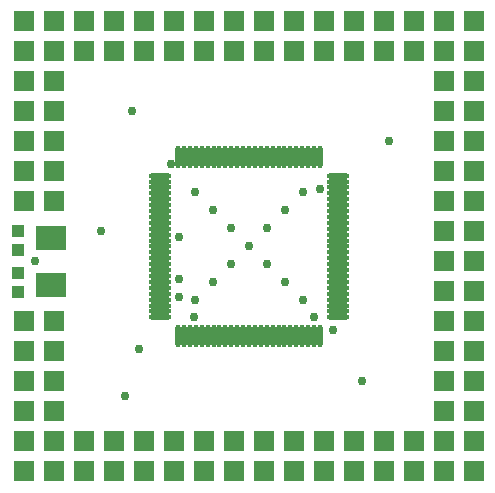
<source format=gts>
%FSLAX25Y25*%
%MOIN*%
G70*
G01*
G75*
G04 Layer_Color=8388736*
%ADD10C,0.01000*%
%ADD11C,0.01200*%
%ADD12O,0.01181X0.06890*%
%ADD13O,0.06890X0.01181*%
%ADD14R,0.09449X0.07874*%
%ADD15R,0.03543X0.03740*%
%ADD16R,0.06000X0.18000*%
%ADD17R,0.18000X0.04000*%
%ADD18R,0.10000X0.08248*%
%ADD19R,0.06000X0.08000*%
%ADD20R,0.08000X0.06000*%
%ADD21R,0.06000X0.08500*%
%ADD22R,0.08500X0.06000*%
%ADD23R,0.18000X0.06000*%
%ADD24R,0.10000X0.08500*%
%ADD25R,0.07500X0.12000*%
%ADD26R,0.05906X0.05906*%
%ADD27R,0.05906X0.05906*%
%ADD28C,0.02400*%
%ADD29C,0.04500*%
%ADD30C,0.02000*%
%ADD31R,0.03740X0.03543*%
%ADD32R,0.05118X0.03543*%
%ADD33R,0.03543X0.05118*%
%ADD34R,0.04654X0.02962*%
%ADD35R,0.04962X0.04654*%
%ADD36R,0.18724X0.06000*%
%ADD37R,0.06000X0.18500*%
%ADD38C,0.02362*%
%ADD39C,0.00787*%
%ADD40O,0.01781X0.07490*%
%ADD41O,0.07490X0.01781*%
%ADD42R,0.10049X0.08474*%
%ADD43R,0.04143X0.04340*%
%ADD44R,0.06506X0.06506*%
%ADD45R,0.06506X0.06506*%
%ADD46C,0.03000*%
%ADD47C,0.05100*%
D40*
X64154Y117823D02*
D03*
X66123D02*
D03*
X68091D02*
D03*
X70060D02*
D03*
X72028D02*
D03*
X73997D02*
D03*
X75965D02*
D03*
X77934D02*
D03*
X79902D02*
D03*
X81871D02*
D03*
X83839D02*
D03*
X85808D02*
D03*
X87776D02*
D03*
X89745D02*
D03*
X91714D02*
D03*
X93682D02*
D03*
X95651D02*
D03*
X97619D02*
D03*
X99588D02*
D03*
X101556D02*
D03*
X103524D02*
D03*
X105493D02*
D03*
X107462D02*
D03*
X109430D02*
D03*
X111398D02*
D03*
Y58177D02*
D03*
X109430D02*
D03*
X107462D02*
D03*
X105493D02*
D03*
X103524D02*
D03*
X101556D02*
D03*
X99588D02*
D03*
X97619D02*
D03*
X95651D02*
D03*
X93682D02*
D03*
X91714D02*
D03*
X89745D02*
D03*
X87776D02*
D03*
X85808D02*
D03*
X83839D02*
D03*
X81871D02*
D03*
X79902D02*
D03*
X77934D02*
D03*
X75965D02*
D03*
X73997D02*
D03*
X72028D02*
D03*
X70060D02*
D03*
X68091D02*
D03*
X66123D02*
D03*
X64154D02*
D03*
D41*
X117599Y111622D02*
D03*
Y109653D02*
D03*
Y107685D02*
D03*
Y105717D02*
D03*
Y103748D02*
D03*
Y101779D02*
D03*
Y99811D02*
D03*
Y97843D02*
D03*
Y95874D02*
D03*
Y93906D02*
D03*
Y91937D02*
D03*
Y89969D02*
D03*
Y88000D02*
D03*
Y86032D02*
D03*
Y84063D02*
D03*
Y82095D02*
D03*
Y80126D02*
D03*
Y78158D02*
D03*
Y76189D02*
D03*
Y74221D02*
D03*
Y72252D02*
D03*
Y70284D02*
D03*
Y68315D02*
D03*
Y66347D02*
D03*
Y64378D02*
D03*
X57954D02*
D03*
Y66347D02*
D03*
Y68315D02*
D03*
Y70284D02*
D03*
Y72252D02*
D03*
Y74221D02*
D03*
Y76189D02*
D03*
Y78158D02*
D03*
Y80126D02*
D03*
Y82095D02*
D03*
Y84063D02*
D03*
Y86032D02*
D03*
Y88000D02*
D03*
Y89969D02*
D03*
Y91937D02*
D03*
Y93906D02*
D03*
Y95874D02*
D03*
Y97843D02*
D03*
Y99811D02*
D03*
Y101779D02*
D03*
Y103748D02*
D03*
Y105717D02*
D03*
Y107685D02*
D03*
Y109653D02*
D03*
Y111622D02*
D03*
D42*
X21777Y75126D02*
D03*
Y90874D02*
D03*
D43*
X10776Y79051D02*
D03*
Y72949D02*
D03*
Y93051D02*
D03*
Y86949D02*
D03*
D44*
X142777Y153000D02*
D03*
X132776D02*
D03*
X142777Y163000D02*
D03*
X132776D02*
D03*
X122776D02*
D03*
X52776D02*
D03*
X32776D02*
D03*
X22776Y113000D02*
D03*
Y103000D02*
D03*
X152777Y163000D02*
D03*
X162777D02*
D03*
X152777Y123000D02*
D03*
Y133000D02*
D03*
Y143000D02*
D03*
Y153000D02*
D03*
X162777D02*
D03*
Y143000D02*
D03*
Y133000D02*
D03*
Y123000D02*
D03*
X152777Y83000D02*
D03*
X162777D02*
D03*
X152777Y73000D02*
D03*
Y63000D02*
D03*
X162777Y73000D02*
D03*
Y63000D02*
D03*
X152777Y33000D02*
D03*
Y23000D02*
D03*
Y43000D02*
D03*
X162777D02*
D03*
Y33000D02*
D03*
Y23000D02*
D03*
Y13000D02*
D03*
X152777D02*
D03*
X142777Y23000D02*
D03*
Y13000D02*
D03*
X132776Y23000D02*
D03*
Y13000D02*
D03*
X122776Y23000D02*
D03*
Y13000D02*
D03*
X112777Y23000D02*
D03*
Y13000D02*
D03*
X102777Y23000D02*
D03*
X22776D02*
D03*
X32776D02*
D03*
X22776Y13000D02*
D03*
X32776D02*
D03*
X12776D02*
D03*
Y23000D02*
D03*
Y63000D02*
D03*
Y103000D02*
D03*
Y113000D02*
D03*
X22776Y153000D02*
D03*
Y163000D02*
D03*
X12776Y143000D02*
D03*
Y153000D02*
D03*
Y163000D02*
D03*
D45*
X122776Y153000D02*
D03*
X112777D02*
D03*
X102777D02*
D03*
X92777D02*
D03*
X112777Y163000D02*
D03*
X102777D02*
D03*
X92777D02*
D03*
X82776D02*
D03*
X72777Y153000D02*
D03*
X82776D02*
D03*
X62776D02*
D03*
X52776D02*
D03*
X42777D02*
D03*
X32776D02*
D03*
X72777Y163000D02*
D03*
X62776D02*
D03*
X42777D02*
D03*
X22776Y123000D02*
D03*
X152777Y103000D02*
D03*
Y93000D02*
D03*
Y113000D02*
D03*
X162777D02*
D03*
Y103000D02*
D03*
Y93000D02*
D03*
X152777Y53000D02*
D03*
X162777D02*
D03*
X92777Y13000D02*
D03*
X102777D02*
D03*
X82776D02*
D03*
X72777D02*
D03*
X62776D02*
D03*
X52776D02*
D03*
X42777D02*
D03*
X92777Y23000D02*
D03*
X82776D02*
D03*
X72777D02*
D03*
X62776D02*
D03*
X52776D02*
D03*
X42777D02*
D03*
X12776Y33000D02*
D03*
Y43000D02*
D03*
Y53000D02*
D03*
X22776Y33000D02*
D03*
Y43000D02*
D03*
Y53000D02*
D03*
Y63000D02*
D03*
X12776Y123000D02*
D03*
X22776Y143000D02*
D03*
Y133000D02*
D03*
X12776D02*
D03*
D46*
X16276Y83000D02*
D03*
X48777Y133000D02*
D03*
X134276Y123000D02*
D03*
X38276Y93000D02*
D03*
X61777Y115500D02*
D03*
X64276Y71000D02*
D03*
X69276Y64500D02*
D03*
X64276Y91000D02*
D03*
X111276Y107000D02*
D03*
X109276Y64500D02*
D03*
X64276Y77000D02*
D03*
X115777Y60000D02*
D03*
X87776Y88000D02*
D03*
X93777Y94000D02*
D03*
X99777Y100000D02*
D03*
X105777Y106000D02*
D03*
X81776Y94000D02*
D03*
X69776Y106000D02*
D03*
X75776Y100000D02*
D03*
X105777Y70000D02*
D03*
X99777Y76000D02*
D03*
X93777Y82000D02*
D03*
X81776D02*
D03*
X75776Y76000D02*
D03*
X69776Y70000D02*
D03*
X46277Y38000D02*
D03*
X125277Y43000D02*
D03*
X51026Y53750D02*
D03*
D47*
X162777Y163000D02*
D03*
X52776Y153000D02*
D03*
X42777D02*
D03*
Y163000D02*
D03*
X52776D02*
D03*
X62776D02*
D03*
Y153000D02*
D03*
X72777D02*
D03*
Y163000D02*
D03*
X82776Y153000D02*
D03*
Y163000D02*
D03*
X92777D02*
D03*
Y153000D02*
D03*
X102777D02*
D03*
Y163000D02*
D03*
X112777D02*
D03*
Y153000D02*
D03*
X122776D02*
D03*
Y163000D02*
D03*
X132776D02*
D03*
Y153000D02*
D03*
X142777D02*
D03*
Y163000D02*
D03*
X152777Y133000D02*
D03*
X162777D02*
D03*
Y123000D02*
D03*
X152777D02*
D03*
Y113000D02*
D03*
X162777D02*
D03*
X152777Y103000D02*
D03*
X162777D02*
D03*
Y93000D02*
D03*
X152777D02*
D03*
Y83000D02*
D03*
X162777D02*
D03*
X152777Y73000D02*
D03*
X162777D02*
D03*
Y63000D02*
D03*
X152777D02*
D03*
Y53000D02*
D03*
X162777D02*
D03*
Y43000D02*
D03*
X152777D02*
D03*
Y33000D02*
D03*
X162777D02*
D03*
X132776Y23000D02*
D03*
X122776D02*
D03*
X112777D02*
D03*
X142777D02*
D03*
X132776Y13000D02*
D03*
X122776D02*
D03*
X112777D02*
D03*
X102777D02*
D03*
Y23000D02*
D03*
X92777D02*
D03*
Y13000D02*
D03*
X82776D02*
D03*
Y23000D02*
D03*
X72777D02*
D03*
Y13000D02*
D03*
X62776D02*
D03*
Y23000D02*
D03*
X52776D02*
D03*
Y13000D02*
D03*
X42777D02*
D03*
Y23000D02*
D03*
X12776Y33000D02*
D03*
X22776D02*
D03*
X12776Y43000D02*
D03*
X22776D02*
D03*
Y53000D02*
D03*
X12776D02*
D03*
Y63000D02*
D03*
X22776D02*
D03*
Y103000D02*
D03*
X12776D02*
D03*
Y113000D02*
D03*
X22776D02*
D03*
Y123000D02*
D03*
X12776D02*
D03*
Y133000D02*
D03*
X22776D02*
D03*
Y143000D02*
D03*
X32776Y153000D02*
D03*
X22776D02*
D03*
X12776Y163000D02*
D03*
X152777Y153000D02*
D03*
Y23000D02*
D03*
X162777Y13000D02*
D03*
X22776Y23000D02*
D03*
X12776Y13000D02*
D03*
Y23000D02*
D03*
X22776Y13000D02*
D03*
X152777Y143000D02*
D03*
X162777D02*
D03*
Y153000D02*
D03*
X12776Y143000D02*
D03*
Y153000D02*
D03*
X22776Y163000D02*
D03*
X32776D02*
D03*
X152777D02*
D03*
X162777Y23000D02*
D03*
X152777Y13000D02*
D03*
X142777D02*
D03*
X32776D02*
D03*
Y23000D02*
D03*
M02*

</source>
